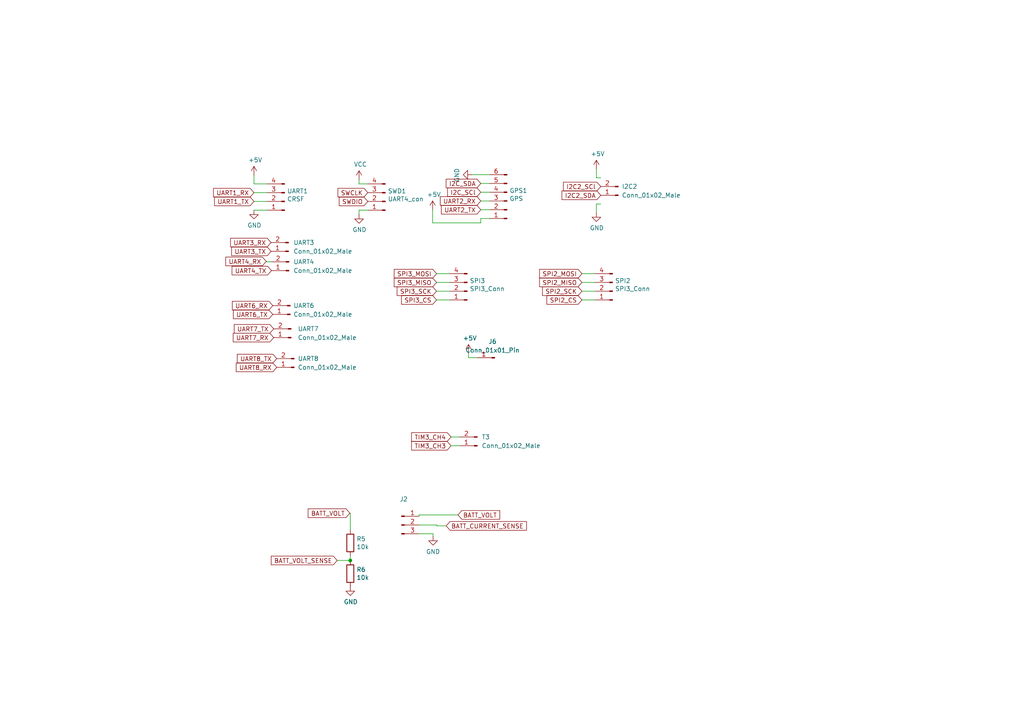
<source format=kicad_sch>
(kicad_sch (version 20230121) (generator eeschema)

  (uuid 9d795dde-1736-4733-9092-3ff99981927c)

  (paper "A4")

  (lib_symbols
    (symbol "Connector:Conn_01x01_Pin" (pin_names (offset 1.016) hide) (in_bom yes) (on_board yes)
      (property "Reference" "J" (at 0 2.54 0)
        (effects (font (size 1.27 1.27)))
      )
      (property "Value" "Conn_01x01_Pin" (at 0 -2.54 0)
        (effects (font (size 1.27 1.27)))
      )
      (property "Footprint" "" (at 0 0 0)
        (effects (font (size 1.27 1.27)) hide)
      )
      (property "Datasheet" "~" (at 0 0 0)
        (effects (font (size 1.27 1.27)) hide)
      )
      (property "ki_locked" "" (at 0 0 0)
        (effects (font (size 1.27 1.27)))
      )
      (property "ki_keywords" "connector" (at 0 0 0)
        (effects (font (size 1.27 1.27)) hide)
      )
      (property "ki_description" "Generic connector, single row, 01x01, script generated" (at 0 0 0)
        (effects (font (size 1.27 1.27)) hide)
      )
      (property "ki_fp_filters" "Connector*:*_1x??_*" (at 0 0 0)
        (effects (font (size 1.27 1.27)) hide)
      )
      (symbol "Conn_01x01_Pin_1_1"
        (polyline
          (pts
            (xy 1.27 0)
            (xy 0.8636 0)
          )
          (stroke (width 0.1524) (type default))
          (fill (type none))
        )
        (rectangle (start 0.8636 0.127) (end 0 -0.127)
          (stroke (width 0.1524) (type default))
          (fill (type outline))
        )
        (pin passive line (at 5.08 0 180) (length 3.81)
          (name "Pin_1" (effects (font (size 1.27 1.27))))
          (number "1" (effects (font (size 1.27 1.27))))
        )
      )
    )
    (symbol "Connector:Conn_01x02_Male" (pin_names (offset 1.016) hide) (in_bom yes) (on_board yes)
      (property "Reference" "J" (at 0 2.54 0)
        (effects (font (size 1.27 1.27)))
      )
      (property "Value" "Conn_01x02_Male" (at 0 -5.08 0)
        (effects (font (size 1.27 1.27)))
      )
      (property "Footprint" "" (at 0 0 0)
        (effects (font (size 1.27 1.27)) hide)
      )
      (property "Datasheet" "~" (at 0 0 0)
        (effects (font (size 1.27 1.27)) hide)
      )
      (property "ki_keywords" "connector" (at 0 0 0)
        (effects (font (size 1.27 1.27)) hide)
      )
      (property "ki_description" "Generic connector, single row, 01x02, script generated (kicad-library-utils/schlib/autogen/connector/)" (at 0 0 0)
        (effects (font (size 1.27 1.27)) hide)
      )
      (property "ki_fp_filters" "Connector*:*_1x??_*" (at 0 0 0)
        (effects (font (size 1.27 1.27)) hide)
      )
      (symbol "Conn_01x02_Male_1_1"
        (polyline
          (pts
            (xy 1.27 -2.54)
            (xy 0.8636 -2.54)
          )
          (stroke (width 0.1524) (type default))
          (fill (type none))
        )
        (polyline
          (pts
            (xy 1.27 0)
            (xy 0.8636 0)
          )
          (stroke (width 0.1524) (type default))
          (fill (type none))
        )
        (rectangle (start 0.8636 -2.413) (end 0 -2.667)
          (stroke (width 0.1524) (type default))
          (fill (type outline))
        )
        (rectangle (start 0.8636 0.127) (end 0 -0.127)
          (stroke (width 0.1524) (type default))
          (fill (type outline))
        )
        (pin passive line (at 5.08 0 180) (length 3.81)
          (name "Pin_1" (effects (font (size 1.27 1.27))))
          (number "1" (effects (font (size 1.27 1.27))))
        )
        (pin passive line (at 5.08 -2.54 180) (length 3.81)
          (name "Pin_2" (effects (font (size 1.27 1.27))))
          (number "2" (effects (font (size 1.27 1.27))))
        )
      )
    )
    (symbol "Connector:Conn_01x03_Pin" (pin_names (offset 1.016) hide) (in_bom yes) (on_board yes)
      (property "Reference" "J" (at 0 5.08 0)
        (effects (font (size 1.27 1.27)))
      )
      (property "Value" "Conn_01x03_Pin" (at 0 -5.08 0)
        (effects (font (size 1.27 1.27)))
      )
      (property "Footprint" "" (at 0 0 0)
        (effects (font (size 1.27 1.27)) hide)
      )
      (property "Datasheet" "~" (at 0 0 0)
        (effects (font (size 1.27 1.27)) hide)
      )
      (property "ki_locked" "" (at 0 0 0)
        (effects (font (size 1.27 1.27)))
      )
      (property "ki_keywords" "connector" (at 0 0 0)
        (effects (font (size 1.27 1.27)) hide)
      )
      (property "ki_description" "Generic connector, single row, 01x03, script generated" (at 0 0 0)
        (effects (font (size 1.27 1.27)) hide)
      )
      (property "ki_fp_filters" "Connector*:*_1x??_*" (at 0 0 0)
        (effects (font (size 1.27 1.27)) hide)
      )
      (symbol "Conn_01x03_Pin_1_1"
        (polyline
          (pts
            (xy 1.27 -2.54)
            (xy 0.8636 -2.54)
          )
          (stroke (width 0.1524) (type default))
          (fill (type none))
        )
        (polyline
          (pts
            (xy 1.27 0)
            (xy 0.8636 0)
          )
          (stroke (width 0.1524) (type default))
          (fill (type none))
        )
        (polyline
          (pts
            (xy 1.27 2.54)
            (xy 0.8636 2.54)
          )
          (stroke (width 0.1524) (type default))
          (fill (type none))
        )
        (rectangle (start 0.8636 -2.413) (end 0 -2.667)
          (stroke (width 0.1524) (type default))
          (fill (type outline))
        )
        (rectangle (start 0.8636 0.127) (end 0 -0.127)
          (stroke (width 0.1524) (type default))
          (fill (type outline))
        )
        (rectangle (start 0.8636 2.667) (end 0 2.413)
          (stroke (width 0.1524) (type default))
          (fill (type outline))
        )
        (pin passive line (at 5.08 2.54 180) (length 3.81)
          (name "Pin_1" (effects (font (size 1.27 1.27))))
          (number "1" (effects (font (size 1.27 1.27))))
        )
        (pin passive line (at 5.08 0 180) (length 3.81)
          (name "Pin_2" (effects (font (size 1.27 1.27))))
          (number "2" (effects (font (size 1.27 1.27))))
        )
        (pin passive line (at 5.08 -2.54 180) (length 3.81)
          (name "Pin_3" (effects (font (size 1.27 1.27))))
          (number "3" (effects (font (size 1.27 1.27))))
        )
      )
    )
    (symbol "Connector:Conn_01x04_Male" (pin_names (offset 1.016) hide) (in_bom yes) (on_board yes)
      (property "Reference" "J" (at 0 5.08 0)
        (effects (font (size 1.27 1.27)))
      )
      (property "Value" "Conn_01x04_Male" (at 0 -7.62 0)
        (effects (font (size 1.27 1.27)))
      )
      (property "Footprint" "" (at 0 0 0)
        (effects (font (size 1.27 1.27)) hide)
      )
      (property "Datasheet" "~" (at 0 0 0)
        (effects (font (size 1.27 1.27)) hide)
      )
      (property "ki_keywords" "connector" (at 0 0 0)
        (effects (font (size 1.27 1.27)) hide)
      )
      (property "ki_description" "Generic connector, single row, 01x04, script generated (kicad-library-utils/schlib/autogen/connector/)" (at 0 0 0)
        (effects (font (size 1.27 1.27)) hide)
      )
      (property "ki_fp_filters" "Connector*:*_1x??_*" (at 0 0 0)
        (effects (font (size 1.27 1.27)) hide)
      )
      (symbol "Conn_01x04_Male_1_1"
        (polyline
          (pts
            (xy 1.27 -5.08)
            (xy 0.8636 -5.08)
          )
          (stroke (width 0.1524) (type default))
          (fill (type none))
        )
        (polyline
          (pts
            (xy 1.27 -2.54)
            (xy 0.8636 -2.54)
          )
          (stroke (width 0.1524) (type default))
          (fill (type none))
        )
        (polyline
          (pts
            (xy 1.27 0)
            (xy 0.8636 0)
          )
          (stroke (width 0.1524) (type default))
          (fill (type none))
        )
        (polyline
          (pts
            (xy 1.27 2.54)
            (xy 0.8636 2.54)
          )
          (stroke (width 0.1524) (type default))
          (fill (type none))
        )
        (rectangle (start 0.8636 -4.953) (end 0 -5.207)
          (stroke (width 0.1524) (type default))
          (fill (type outline))
        )
        (rectangle (start 0.8636 -2.413) (end 0 -2.667)
          (stroke (width 0.1524) (type default))
          (fill (type outline))
        )
        (rectangle (start 0.8636 0.127) (end 0 -0.127)
          (stroke (width 0.1524) (type default))
          (fill (type outline))
        )
        (rectangle (start 0.8636 2.667) (end 0 2.413)
          (stroke (width 0.1524) (type default))
          (fill (type outline))
        )
        (pin passive line (at 5.08 2.54 180) (length 3.81)
          (name "Pin_1" (effects (font (size 1.27 1.27))))
          (number "1" (effects (font (size 1.27 1.27))))
        )
        (pin passive line (at 5.08 0 180) (length 3.81)
          (name "Pin_2" (effects (font (size 1.27 1.27))))
          (number "2" (effects (font (size 1.27 1.27))))
        )
        (pin passive line (at 5.08 -2.54 180) (length 3.81)
          (name "Pin_3" (effects (font (size 1.27 1.27))))
          (number "3" (effects (font (size 1.27 1.27))))
        )
        (pin passive line (at 5.08 -5.08 180) (length 3.81)
          (name "Pin_4" (effects (font (size 1.27 1.27))))
          (number "4" (effects (font (size 1.27 1.27))))
        )
      )
    )
    (symbol "Connector:Conn_01x06_Male" (pin_names (offset 1.016) hide) (in_bom yes) (on_board yes)
      (property "Reference" "J" (at 0 7.62 0)
        (effects (font (size 1.27 1.27)))
      )
      (property "Value" "Conn_01x06_Male" (at 0 -10.16 0)
        (effects (font (size 1.27 1.27)))
      )
      (property "Footprint" "" (at 0 0 0)
        (effects (font (size 1.27 1.27)) hide)
      )
      (property "Datasheet" "~" (at 0 0 0)
        (effects (font (size 1.27 1.27)) hide)
      )
      (property "ki_keywords" "connector" (at 0 0 0)
        (effects (font (size 1.27 1.27)) hide)
      )
      (property "ki_description" "Generic connector, single row, 01x06, script generated (kicad-library-utils/schlib/autogen/connector/)" (at 0 0 0)
        (effects (font (size 1.27 1.27)) hide)
      )
      (property "ki_fp_filters" "Connector*:*_1x??_*" (at 0 0 0)
        (effects (font (size 1.27 1.27)) hide)
      )
      (symbol "Conn_01x06_Male_1_1"
        (polyline
          (pts
            (xy 1.27 -7.62)
            (xy 0.8636 -7.62)
          )
          (stroke (width 0.1524) (type default))
          (fill (type none))
        )
        (polyline
          (pts
            (xy 1.27 -5.08)
            (xy 0.8636 -5.08)
          )
          (stroke (width 0.1524) (type default))
          (fill (type none))
        )
        (polyline
          (pts
            (xy 1.27 -2.54)
            (xy 0.8636 -2.54)
          )
          (stroke (width 0.1524) (type default))
          (fill (type none))
        )
        (polyline
          (pts
            (xy 1.27 0)
            (xy 0.8636 0)
          )
          (stroke (width 0.1524) (type default))
          (fill (type none))
        )
        (polyline
          (pts
            (xy 1.27 2.54)
            (xy 0.8636 2.54)
          )
          (stroke (width 0.1524) (type default))
          (fill (type none))
        )
        (polyline
          (pts
            (xy 1.27 5.08)
            (xy 0.8636 5.08)
          )
          (stroke (width 0.1524) (type default))
          (fill (type none))
        )
        (rectangle (start 0.8636 -7.493) (end 0 -7.747)
          (stroke (width 0.1524) (type default))
          (fill (type outline))
        )
        (rectangle (start 0.8636 -4.953) (end 0 -5.207)
          (stroke (width 0.1524) (type default))
          (fill (type outline))
        )
        (rectangle (start 0.8636 -2.413) (end 0 -2.667)
          (stroke (width 0.1524) (type default))
          (fill (type outline))
        )
        (rectangle (start 0.8636 0.127) (end 0 -0.127)
          (stroke (width 0.1524) (type default))
          (fill (type outline))
        )
        (rectangle (start 0.8636 2.667) (end 0 2.413)
          (stroke (width 0.1524) (type default))
          (fill (type outline))
        )
        (rectangle (start 0.8636 5.207) (end 0 4.953)
          (stroke (width 0.1524) (type default))
          (fill (type outline))
        )
        (pin passive line (at 5.08 5.08 180) (length 3.81)
          (name "Pin_1" (effects (font (size 1.27 1.27))))
          (number "1" (effects (font (size 1.27 1.27))))
        )
        (pin passive line (at 5.08 2.54 180) (length 3.81)
          (name "Pin_2" (effects (font (size 1.27 1.27))))
          (number "2" (effects (font (size 1.27 1.27))))
        )
        (pin passive line (at 5.08 0 180) (length 3.81)
          (name "Pin_3" (effects (font (size 1.27 1.27))))
          (number "3" (effects (font (size 1.27 1.27))))
        )
        (pin passive line (at 5.08 -2.54 180) (length 3.81)
          (name "Pin_4" (effects (font (size 1.27 1.27))))
          (number "4" (effects (font (size 1.27 1.27))))
        )
        (pin passive line (at 5.08 -5.08 180) (length 3.81)
          (name "Pin_5" (effects (font (size 1.27 1.27))))
          (number "5" (effects (font (size 1.27 1.27))))
        )
        (pin passive line (at 5.08 -7.62 180) (length 3.81)
          (name "Pin_6" (effects (font (size 1.27 1.27))))
          (number "6" (effects (font (size 1.27 1.27))))
        )
      )
    )
    (symbol "Device:R" (pin_numbers hide) (pin_names (offset 0)) (in_bom yes) (on_board yes)
      (property "Reference" "R" (at 2.032 0 90)
        (effects (font (size 1.27 1.27)))
      )
      (property "Value" "R" (at 0 0 90)
        (effects (font (size 1.27 1.27)))
      )
      (property "Footprint" "" (at -1.778 0 90)
        (effects (font (size 1.27 1.27)) hide)
      )
      (property "Datasheet" "~" (at 0 0 0)
        (effects (font (size 1.27 1.27)) hide)
      )
      (property "ki_keywords" "R res resistor" (at 0 0 0)
        (effects (font (size 1.27 1.27)) hide)
      )
      (property "ki_description" "Resistor" (at 0 0 0)
        (effects (font (size 1.27 1.27)) hide)
      )
      (property "ki_fp_filters" "R_*" (at 0 0 0)
        (effects (font (size 1.27 1.27)) hide)
      )
      (symbol "R_0_1"
        (rectangle (start -1.016 -2.54) (end 1.016 2.54)
          (stroke (width 0.254) (type default))
          (fill (type none))
        )
      )
      (symbol "R_1_1"
        (pin passive line (at 0 3.81 270) (length 1.27)
          (name "~" (effects (font (size 1.27 1.27))))
          (number "1" (effects (font (size 1.27 1.27))))
        )
        (pin passive line (at 0 -3.81 90) (length 1.27)
          (name "~" (effects (font (size 1.27 1.27))))
          (number "2" (effects (font (size 1.27 1.27))))
        )
      )
    )
    (symbol "GND_1" (power) (pin_names (offset 0)) (in_bom yes) (on_board yes)
      (property "Reference" "#PWR" (at 0 -6.35 0)
        (effects (font (size 1.27 1.27)) hide)
      )
      (property "Value" "GND_1" (at 0 -3.81 0)
        (effects (font (size 1.27 1.27)))
      )
      (property "Footprint" "" (at 0 0 0)
        (effects (font (size 1.27 1.27)) hide)
      )
      (property "Datasheet" "" (at 0 0 0)
        (effects (font (size 1.27 1.27)) hide)
      )
      (property "ki_keywords" "global power" (at 0 0 0)
        (effects (font (size 1.27 1.27)) hide)
      )
      (property "ki_description" "Power symbol creates a global label with name \"GND\" , ground" (at 0 0 0)
        (effects (font (size 1.27 1.27)) hide)
      )
      (symbol "GND_1_0_1"
        (polyline
          (pts
            (xy 0 0)
            (xy 0 -1.27)
            (xy 1.27 -1.27)
            (xy 0 -2.54)
            (xy -1.27 -1.27)
            (xy 0 -1.27)
          )
          (stroke (width 0) (type default))
          (fill (type none))
        )
      )
      (symbol "GND_1_1_1"
        (pin power_in line (at 0 0 270) (length 0) hide
          (name "GND" (effects (font (size 1.27 1.27))))
          (number "1" (effects (font (size 1.27 1.27))))
        )
      )
    )
    (symbol "power:+5V" (power) (pin_names (offset 0)) (in_bom yes) (on_board yes)
      (property "Reference" "#PWR" (at 0 -3.81 0)
        (effects (font (size 1.27 1.27)) hide)
      )
      (property "Value" "+5V" (at 0 3.556 0)
        (effects (font (size 1.27 1.27)))
      )
      (property "Footprint" "" (at 0 0 0)
        (effects (font (size 1.27 1.27)) hide)
      )
      (property "Datasheet" "" (at 0 0 0)
        (effects (font (size 1.27 1.27)) hide)
      )
      (property "ki_keywords" "power-flag" (at 0 0 0)
        (effects (font (size 1.27 1.27)) hide)
      )
      (property "ki_description" "Power symbol creates a global label with name \"+5V\"" (at 0 0 0)
        (effects (font (size 1.27 1.27)) hide)
      )
      (symbol "+5V_0_1"
        (polyline
          (pts
            (xy -0.762 1.27)
            (xy 0 2.54)
          )
          (stroke (width 0) (type default))
          (fill (type none))
        )
        (polyline
          (pts
            (xy 0 0)
            (xy 0 2.54)
          )
          (stroke (width 0) (type default))
          (fill (type none))
        )
        (polyline
          (pts
            (xy 0 2.54)
            (xy 0.762 1.27)
          )
          (stroke (width 0) (type default))
          (fill (type none))
        )
      )
      (symbol "+5V_1_1"
        (pin power_in line (at 0 0 90) (length 0) hide
          (name "+5V" (effects (font (size 1.27 1.27))))
          (number "1" (effects (font (size 1.27 1.27))))
        )
      )
    )
    (symbol "power:GND" (power) (pin_names (offset 0)) (in_bom yes) (on_board yes)
      (property "Reference" "#PWR" (at 0 -6.35 0)
        (effects (font (size 1.27 1.27)) hide)
      )
      (property "Value" "GND" (at 0 -3.81 0)
        (effects (font (size 1.27 1.27)))
      )
      (property "Footprint" "" (at 0 0 0)
        (effects (font (size 1.27 1.27)) hide)
      )
      (property "Datasheet" "" (at 0 0 0)
        (effects (font (size 1.27 1.27)) hide)
      )
      (property "ki_keywords" "power-flag" (at 0 0 0)
        (effects (font (size 1.27 1.27)) hide)
      )
      (property "ki_description" "Power symbol creates a global label with name \"GND\" , ground" (at 0 0 0)
        (effects (font (size 1.27 1.27)) hide)
      )
      (symbol "GND_0_1"
        (polyline
          (pts
            (xy 0 0)
            (xy 0 -1.27)
            (xy 1.27 -1.27)
            (xy 0 -2.54)
            (xy -1.27 -1.27)
            (xy 0 -1.27)
          )
          (stroke (width 0) (type default))
          (fill (type none))
        )
      )
      (symbol "GND_1_1"
        (pin power_in line (at 0 0 270) (length 0) hide
          (name "GND" (effects (font (size 1.27 1.27))))
          (number "1" (effects (font (size 1.27 1.27))))
        )
      )
    )
    (symbol "power:VCC" (power) (pin_names (offset 0)) (in_bom yes) (on_board yes)
      (property "Reference" "#PWR" (at 0 -3.81 0)
        (effects (font (size 1.27 1.27)) hide)
      )
      (property "Value" "VCC" (at 0 3.81 0)
        (effects (font (size 1.27 1.27)))
      )
      (property "Footprint" "" (at 0 0 0)
        (effects (font (size 1.27 1.27)) hide)
      )
      (property "Datasheet" "" (at 0 0 0)
        (effects (font (size 1.27 1.27)) hide)
      )
      (property "ki_keywords" "power-flag" (at 0 0 0)
        (effects (font (size 1.27 1.27)) hide)
      )
      (property "ki_description" "Power symbol creates a global label with name \"VCC\"" (at 0 0 0)
        (effects (font (size 1.27 1.27)) hide)
      )
      (symbol "VCC_0_1"
        (polyline
          (pts
            (xy -0.762 1.27)
            (xy 0 2.54)
          )
          (stroke (width 0) (type default))
          (fill (type none))
        )
        (polyline
          (pts
            (xy 0 0)
            (xy 0 2.54)
          )
          (stroke (width 0) (type default))
          (fill (type none))
        )
        (polyline
          (pts
            (xy 0 2.54)
            (xy 0.762 1.27)
          )
          (stroke (width 0) (type default))
          (fill (type none))
        )
      )
      (symbol "VCC_1_1"
        (pin power_in line (at 0 0 90) (length 0) hide
          (name "VCC" (effects (font (size 1.27 1.27))))
          (number "1" (effects (font (size 1.27 1.27))))
        )
      )
    )
  )

  (junction (at 101.6 162.56) (diameter 0) (color 0 0 0 0)
    (uuid d9cd8d9a-d451-4581-bf25-cbef8b37aaf4)
  )

  (wire (pts (xy 101.6 153.67) (xy 101.6 148.844))
    (stroke (width 0) (type default))
    (uuid 10741b5f-5f87-4579-aa94-db4b16675479)
  )
  (wire (pts (xy 97.79 162.56) (xy 101.6 162.56))
    (stroke (width 0) (type default))
    (uuid 114a2606-96dc-40fd-81c5-462e33718ead)
  )
  (wire (pts (xy 172.593 81.915) (xy 168.783 81.915))
    (stroke (width 0) (type default))
    (uuid 1a42ad40-f199-4e67-82e2-c472c883e2aa)
  )
  (wire (pts (xy 139.446 53.213) (xy 141.986 53.213))
    (stroke (width 0) (type default))
    (uuid 1e461473-6694-411c-8a47-60ca538f6f2d)
  )
  (wire (pts (xy 130.429 86.995) (xy 126.619 86.995))
    (stroke (width 0) (type default))
    (uuid 20c83fe3-1b98-4e61-afac-d816064155dd)
  )
  (wire (pts (xy 172.593 79.375) (xy 168.783 79.375))
    (stroke (width 0) (type default))
    (uuid 24e13d14-b1ef-4907-93b1-3310f0943223)
  )
  (wire (pts (xy 133.35 129.286) (xy 130.81 129.286))
    (stroke (width 0) (type default))
    (uuid 262858ce-6d01-48ed-b545-24b4220456e8)
  )
  (wire (pts (xy 101.6 161.29) (xy 101.6 162.56))
    (stroke (width 0) (type default))
    (uuid 2717e84f-9744-4290-b4ce-976e25c65402)
  )
  (wire (pts (xy 174.244 51.562) (xy 172.974 51.562))
    (stroke (width 0) (type default))
    (uuid 33f2cc2f-34a4-40ed-af95-d4321dbf52a1)
  )
  (wire (pts (xy 141.986 63.373) (xy 139.446 63.373))
    (stroke (width 0) (type default))
    (uuid 38d51fc4-92f4-4e01-8d5c-240defc565c6)
  )
  (wire (pts (xy 101.6 148.844) (xy 101.473 148.844))
    (stroke (width 0) (type default))
    (uuid 3b1485fd-234a-4e7c-b8c7-5f7858b93635)
  )
  (wire (pts (xy 172.974 59.182) (xy 172.974 61.722))
    (stroke (width 0) (type default))
    (uuid 3d6423f7-b5ad-452c-817e-f24ecd780b81)
  )
  (wire (pts (xy 106.68 60.96) (xy 104.14 60.96))
    (stroke (width 0) (type default))
    (uuid 41458bd8-eb68-4a35-b9a5-5e9230344f60)
  )
  (wire (pts (xy 104.14 60.96) (xy 104.14 62.23))
    (stroke (width 0) (type default))
    (uuid 43c191a6-8aa8-4730-9a67-97f79189b59f)
  )
  (wire (pts (xy 77.47 60.96) (xy 73.66 60.96))
    (stroke (width 0) (type default))
    (uuid 5120b75a-04f6-4533-8140-4390cd3e654c)
  )
  (wire (pts (xy 121.539 154.813) (xy 125.603 154.813))
    (stroke (width 0) (type default))
    (uuid 528f73c5-c177-42c7-898f-930bf1150c85)
  )
  (wire (pts (xy 139.446 63.373) (xy 139.446 64.643))
    (stroke (width 0) (type default))
    (uuid 5a95b211-5338-4bb9-836f-4292f5cf11a8)
  )
  (wire (pts (xy 174.244 59.182) (xy 172.974 59.182))
    (stroke (width 0) (type default))
    (uuid 5dfcd346-65ff-4b6c-b899-43900e58c008)
  )
  (wire (pts (xy 172.974 51.562) (xy 172.974 49.022))
    (stroke (width 0) (type default))
    (uuid 751a83f6-46d7-4c31-a8eb-1b0141d51d69)
  )
  (wire (pts (xy 135.89 103.759) (xy 138.43 103.759))
    (stroke (width 0) (type default))
    (uuid 757b6e7f-ec7d-400a-9f3f-72396a535d75)
  )
  (wire (pts (xy 172.593 86.995) (xy 168.783 86.995))
    (stroke (width 0) (type default))
    (uuid 7631223a-1267-476a-9395-ec54c7fca5f3)
  )
  (wire (pts (xy 172.593 84.455) (xy 168.783 84.455))
    (stroke (width 0) (type default))
    (uuid 766871ef-652c-4882-877c-84099f4d43b5)
  )
  (wire (pts (xy 126.746 152.273) (xy 126.746 152.527))
    (stroke (width 0) (type default))
    (uuid 78d9c3db-8d81-4791-9510-4402f112231e)
  )
  (wire (pts (xy 121.539 149.352) (xy 121.539 149.733))
    (stroke (width 0) (type default))
    (uuid 7bf1972b-e24d-41e2-9d31-f7932103b215)
  )
  (wire (pts (xy 77.47 55.88) (xy 73.66 55.88))
    (stroke (width 0) (type default))
    (uuid 7f1daef1-acae-4462-aa7e-f840b84387a4)
  )
  (wire (pts (xy 139.446 60.833) (xy 141.986 60.833))
    (stroke (width 0) (type default))
    (uuid 85f6b4f3-cd1b-4f0e-b324-107a3a53bd8c)
  )
  (wire (pts (xy 77.343 75.819) (xy 77.343 75.946))
    (stroke (width 0) (type default))
    (uuid 8a301ca6-085e-4ad5-8bd0-fcedd278d57b)
  )
  (wire (pts (xy 77.343 75.946) (xy 78.74 75.946))
    (stroke (width 0) (type default))
    (uuid 8f78ebc5-ecdb-4022-990b-836dadd56dc5)
  )
  (wire (pts (xy 133.35 126.746) (xy 130.81 126.746))
    (stroke (width 0) (type default))
    (uuid 928cfa35-5779-44fb-ba75-c02357c82687)
  )
  (wire (pts (xy 104.14 52.07) (xy 104.14 53.34))
    (stroke (width 0) (type default))
    (uuid 93f04e4c-6054-40e6-910f-c382312b028c)
  )
  (wire (pts (xy 77.216 75.819) (xy 77.343 75.819))
    (stroke (width 0) (type default))
    (uuid 9b382037-5502-4aa7-83c1-07a0963e0bed)
  )
  (wire (pts (xy 125.476 60.833) (xy 125.476 64.643))
    (stroke (width 0) (type default))
    (uuid a11fa940-d500-42e5-8d4e-c0b9478f084a)
  )
  (wire (pts (xy 139.446 64.643) (xy 125.476 64.643))
    (stroke (width 0) (type default))
    (uuid a54c3e80-e612-42ce-882c-93f0a560e156)
  )
  (wire (pts (xy 104.14 53.34) (xy 106.68 53.34))
    (stroke (width 0) (type default))
    (uuid a92a233d-b37b-44df-aebc-ca4d99966650)
  )
  (wire (pts (xy 130.429 79.375) (xy 126.619 79.375))
    (stroke (width 0) (type default))
    (uuid b090ad6e-884d-451b-98a6-67bc58998d2e)
  )
  (wire (pts (xy 77.47 58.42) (xy 73.66 58.42))
    (stroke (width 0) (type default))
    (uuid b9068131-3672-4e2b-bc0d-fd76e6446d7c)
  )
  (wire (pts (xy 126.746 152.527) (xy 129.413 152.527))
    (stroke (width 0) (type default))
    (uuid bbc2e243-c953-4c54-bae8-8e6463b90759)
  )
  (wire (pts (xy 130.429 81.915) (xy 126.619 81.915))
    (stroke (width 0) (type default))
    (uuid bd98624b-eb89-404a-8671-06bb0011e213)
  )
  (wire (pts (xy 132.842 149.352) (xy 121.539 149.352))
    (stroke (width 0) (type default))
    (uuid c07567ad-8cb2-4093-adb5-636a73d88d5a)
  )
  (wire (pts (xy 139.446 58.293) (xy 141.986 58.293))
    (stroke (width 0) (type default))
    (uuid c9e77581-a94f-458e-84c3-d6ed9a32184d)
  )
  (wire (pts (xy 121.539 152.273) (xy 126.746 152.273))
    (stroke (width 0) (type default))
    (uuid ccb08c71-e3d7-4c06-9b78-f57514ab7d36)
  )
  (wire (pts (xy 139.446 55.753) (xy 141.986 55.753))
    (stroke (width 0) (type default))
    (uuid cf04b8bf-ee2f-45f0-a090-44f5c3de20fb)
  )
  (wire (pts (xy 125.603 154.813) (xy 125.603 155.575))
    (stroke (width 0) (type default))
    (uuid d11ad9d1-2153-4505-ad38-d3c97bcad588)
  )
  (wire (pts (xy 136.906 50.673) (xy 141.986 50.673))
    (stroke (width 0) (type default))
    (uuid ddc27bc7-7115-46ee-8c08-87b9f11e4846)
  )
  (wire (pts (xy 130.429 84.455) (xy 126.619 84.455))
    (stroke (width 0) (type default))
    (uuid e15093e2-4169-47e7-a316-0669fde8b7bd)
  )
  (wire (pts (xy 135.89 102.489) (xy 135.89 103.759))
    (stroke (width 0) (type default))
    (uuid e35f5a3e-70e1-4596-89fe-ee293e601e28)
  )
  (wire (pts (xy 73.66 53.34) (xy 73.66 50.8))
    (stroke (width 0) (type default))
    (uuid ea48fafa-ea28-4f1a-9c1a-d403f81056bc)
  )
  (wire (pts (xy 77.47 53.34) (xy 73.66 53.34))
    (stroke (width 0) (type default))
    (uuid fe03da87-3714-487a-bf6c-d06ca13072af)
  )

  (global_label "SPI2_CS" (shape input) (at 168.783 86.995 180) (fields_autoplaced)
    (effects (font (size 1.27 1.27)) (justify right))
    (uuid 08937ed2-73d7-4ff7-8661-68fa5280fe62)
    (property "Intersheetrefs" "${INTERSHEET_REFS}" (at 158.7111 86.995 0)
      (effects (font (size 1.27 1.27)) (justify right) hide)
    )
  )
  (global_label "TIM3_CH3" (shape input) (at 130.81 129.286 180) (fields_autoplaced)
    (effects (font (size 1.27 1.27)) (justify right))
    (uuid 1a738b9f-e021-4dfe-aa18-8c90c1c9732b)
    (property "Intersheetrefs" "${INTERSHEET_REFS}" (at 119.4681 129.286 0)
      (effects (font (size 1.27 1.27)) (justify right) hide)
    )
  )
  (global_label "I2C2_SDA" (shape input) (at 174.244 56.642 180) (fields_autoplaced)
    (effects (font (size 1.27 1.27)) (justify right))
    (uuid 1def05cc-b4f7-403a-bae7-c6e8dd186379)
    (property "Intersheetrefs" "${INTERSHEET_REFS}" (at 39.624 -108.458 0)
      (effects (font (size 1.27 1.27)) hide)
    )
  )
  (global_label "UART3_TX" (shape input) (at 78.613 72.898 180) (fields_autoplaced)
    (effects (font (size 1.27 1.27)) (justify right))
    (uuid 1eba2da5-0365-4d6a-9c2f-00c4df5dedb5)
    (property "Intersheetrefs" "${INTERSHEET_REFS}" (at -87.757 -9.652 0)
      (effects (font (size 1.27 1.27)) hide)
    )
  )
  (global_label "UART1_RX" (shape input) (at 73.66 55.88 180) (fields_autoplaced)
    (effects (font (size 1.27 1.27)) (justify right))
    (uuid 378505d5-9ec7-4b10-b09b-4cff327613bf)
    (property "Intersheetrefs" "${INTERSHEET_REFS}" (at -31.75 -58.42 0)
      (effects (font (size 1.27 1.27)) hide)
    )
  )
  (global_label "BATT_VOLT" (shape input) (at 101.473 148.844 180) (fields_autoplaced)
    (effects (font (size 1.27 1.27)) (justify right))
    (uuid 38fd1d17-1c40-40de-a385-32ac0f2e2b6d)
    (property "Intersheetrefs" "${INTERSHEET_REFS}" (at 89.4658 148.844 0)
      (effects (font (size 1.27 1.27)) (justify right) hide)
    )
  )
  (global_label "UART8_TX" (shape input) (at 80.264 104.013 180) (fields_autoplaced)
    (effects (font (size 1.27 1.27)) (justify right))
    (uuid 3b79ed8a-ca4e-4a30-9335-458ccf8836df)
    (property "Intersheetrefs" "${INTERSHEET_REFS}" (at 68.9288 103.9336 0)
      (effects (font (size 1.27 1.27)) (justify right) hide)
    )
  )
  (global_label "BATT_VOLT_SENSE" (shape input) (at 97.79 162.56 180) (fields_autoplaced)
    (effects (font (size 1.27 1.27)) (justify right))
    (uuid 3c0623d5-761a-4c38-8c35-287a146b09e8)
    (property "Intersheetrefs" "${INTERSHEET_REFS}" (at 179.07 208.28 0)
      (effects (font (size 1.27 1.27)) hide)
    )
  )
  (global_label "UART3_RX" (shape input) (at 78.613 70.358 180) (fields_autoplaced)
    (effects (font (size 1.27 1.27)) (justify right))
    (uuid 3cea9642-60a2-4154-bd31-03f6c4174245)
    (property "Intersheetrefs" "${INTERSHEET_REFS}" (at -87.757 -9.652 0)
      (effects (font (size 1.27 1.27)) hide)
    )
  )
  (global_label "SPI3_MISO" (shape input) (at 126.619 81.915 180) (fields_autoplaced)
    (effects (font (size 1.27 1.27)) (justify right))
    (uuid 3e10cc6a-0190-4802-a3bf-284fe197d779)
    (property "Intersheetrefs" "${INTERSHEET_REFS}" (at 209.169 175.895 0)
      (effects (font (size 1.27 1.27)) hide)
    )
  )
  (global_label "SPI2_SCK" (shape input) (at 168.783 84.455 180) (fields_autoplaced)
    (effects (font (size 1.27 1.27)) (justify right))
    (uuid 45fd7f51-abee-4b65-9d9a-99359507cb53)
    (property "Intersheetrefs" "${INTERSHEET_REFS}" (at 157.4411 84.455 0)
      (effects (font (size 1.27 1.27)) (justify right) hide)
    )
  )
  (global_label "SWCLK" (shape input) (at 106.68 55.88 180) (fields_autoplaced)
    (effects (font (size 1.27 1.27)) (justify right))
    (uuid 4acbf77b-325b-499e-9ee7-d7b05fdc0b13)
    (property "Intersheetrefs" "${INTERSHEET_REFS}" (at 98.12 55.88 0)
      (effects (font (size 1.27 1.27)) (justify right) hide)
    )
  )
  (global_label "UART7_TX" (shape input) (at 79.375 95.377 180) (fields_autoplaced)
    (effects (font (size 1.27 1.27)) (justify right))
    (uuid 538c1fa0-0dff-4007-92b3-f5c35ee9d99c)
    (property "Intersheetrefs" "${INTERSHEET_REFS}" (at -0.635 35.687 0)
      (effects (font (size 1.27 1.27)) hide)
    )
  )
  (global_label "UART2_RX" (shape input) (at 139.446 58.293 180) (fields_autoplaced)
    (effects (font (size 1.27 1.27)) (justify right))
    (uuid 551ce078-811f-4841-a14a-5c3e2943bc51)
    (property "Intersheetrefs" "${INTERSHEET_REFS}" (at -58.674 -15.367 0)
      (effects (font (size 1.27 1.27)) hide)
    )
  )
  (global_label "SPI3_SCK" (shape input) (at 126.619 84.455 180) (fields_autoplaced)
    (effects (font (size 1.27 1.27)) (justify right))
    (uuid 5da01b73-1a12-463a-8843-771e0a0719d0)
    (property "Intersheetrefs" "${INTERSHEET_REFS}" (at 209.169 175.895 0)
      (effects (font (size 1.27 1.27)) hide)
    )
  )
  (global_label "UART8_RX" (shape input) (at 80.264 106.553 180) (fields_autoplaced)
    (effects (font (size 1.27 1.27)) (justify right))
    (uuid 5f56d5fc-e576-4e0a-9b25-2fbfbd3725cc)
    (property "Intersheetrefs" "${INTERSHEET_REFS}" (at 68.6265 106.4736 0)
      (effects (font (size 1.27 1.27)) (justify right) hide)
    )
  )
  (global_label "UART2_TX" (shape input) (at 139.446 60.833 180) (fields_autoplaced)
    (effects (font (size 1.27 1.27)) (justify right))
    (uuid 64747b4d-2131-4507-a4ae-73eaada25b5a)
    (property "Intersheetrefs" "${INTERSHEET_REFS}" (at -58.674 -10.287 0)
      (effects (font (size 1.27 1.27)) hide)
    )
  )
  (global_label "UART1_TX" (shape input) (at 73.66 58.42 180) (fields_autoplaced)
    (effects (font (size 1.27 1.27)) (justify right))
    (uuid 6c60310e-e446-497b-b773-31f163bcec5b)
    (property "Intersheetrefs" "${INTERSHEET_REFS}" (at -31.75 -53.34 0)
      (effects (font (size 1.27 1.27)) hide)
    )
  )
  (global_label "SPI3_CS" (shape input) (at 126.619 86.995 180) (fields_autoplaced)
    (effects (font (size 1.27 1.27)) (justify right))
    (uuid 70c6a8a8-f63f-447c-9a0e-309b4abb6a0d)
    (property "Intersheetrefs" "${INTERSHEET_REFS}" (at 97.409 -57.785 0)
      (effects (font (size 1.27 1.27)) hide)
    )
  )
  (global_label "BATT_VOLT" (shape input) (at 132.842 149.352 0) (fields_autoplaced)
    (effects (font (size 1.27 1.27)) (justify left))
    (uuid 7594ba60-5dca-4436-a1a7-3405a313e535)
    (property "Intersheetrefs" "${INTERSHEET_REFS}" (at 144.8492 149.352 0)
      (effects (font (size 1.27 1.27)) (justify left) hide)
    )
  )
  (global_label "UART7_RX" (shape input) (at 79.375 97.917 180) (fields_autoplaced)
    (effects (font (size 1.27 1.27)) (justify right))
    (uuid 76bc3258-787d-42c1-a824-4b8ee1357da6)
    (property "Intersheetrefs" "${INTERSHEET_REFS}" (at -0.635 35.687 0)
      (effects (font (size 1.27 1.27)) hide)
    )
  )
  (global_label "UART4_RX" (shape input) (at 77.216 75.819 180) (fields_autoplaced)
    (effects (font (size 1.27 1.27)) (justify right))
    (uuid 7cd41bb2-ef99-4f44-8917-a86a03a4ddba)
    (property "Intersheetrefs" "${INTERSHEET_REFS}" (at -28.194 -4.191 0)
      (effects (font (size 1.27 1.27)) hide)
    )
  )
  (global_label "UART6_TX" (shape input) (at 79.121 91.186 180) (fields_autoplaced)
    (effects (font (size 1.27 1.27)) (justify right))
    (uuid 81b0d6e0-2fb2-4813-8bc7-fdd5e9ac53cc)
    (property "Intersheetrefs" "${INTERSHEET_REFS}" (at 161.671 233.426 0)
      (effects (font (size 1.27 1.27)) hide)
    )
  )
  (global_label "SWDIO" (shape input) (at 106.68 58.42 180) (fields_autoplaced)
    (effects (font (size 1.27 1.27)) (justify right))
    (uuid 85230b3a-f80b-44e9-a71d-b1bd0ba73ff9)
    (property "Intersheetrefs" "${INTERSHEET_REFS}" (at 98.4828 58.42 0)
      (effects (font (size 1.27 1.27)) (justify right) hide)
    )
  )
  (global_label "UART6_RX" (shape input) (at 79.121 88.646 180) (fields_autoplaced)
    (effects (font (size 1.27 1.27)) (justify right))
    (uuid 8533df9f-2365-4d27-8db8-1c97f69aca47)
    (property "Intersheetrefs" "${INTERSHEET_REFS}" (at 161.671 233.426 0)
      (effects (font (size 1.27 1.27)) hide)
    )
  )
  (global_label "SPI3_MOSI" (shape input) (at 126.619 79.375 180) (fields_autoplaced)
    (effects (font (size 1.27 1.27)) (justify right))
    (uuid 869dd78a-25db-4a9a-bdf2-844d74cd6fde)
    (property "Intersheetrefs" "${INTERSHEET_REFS}" (at 209.169 175.895 0)
      (effects (font (size 1.27 1.27)) hide)
    )
  )
  (global_label "I2C2_SCl" (shape input) (at 174.244 54.102 180) (fields_autoplaced)
    (effects (font (size 1.27 1.27)) (justify right))
    (uuid a630cbbb-718d-4ef2-a03a-32666f41487c)
    (property "Intersheetrefs" "${INTERSHEET_REFS}" (at 39.624 -108.458 0)
      (effects (font (size 1.27 1.27)) hide)
    )
  )
  (global_label "BATT_CURRENT_SENSE" (shape input) (at 129.413 152.527 0) (fields_autoplaced)
    (effects (font (size 1.27 1.27)) (justify left))
    (uuid ad2d98ea-aa8d-4b3e-a463-151bf1711d0b)
    (property "Intersheetrefs" "${INTERSHEET_REFS}" (at 48.133 104.267 0)
      (effects (font (size 1.27 1.27)) hide)
    )
  )
  (global_label "TIM3_CH4" (shape input) (at 130.81 126.746 180) (fields_autoplaced)
    (effects (font (size 1.27 1.27)) (justify right))
    (uuid c02dabfb-2523-49da-b77f-4e2863c81883)
    (property "Intersheetrefs" "${INTERSHEET_REFS}" (at 119.4681 126.746 0)
      (effects (font (size 1.27 1.27)) (justify right) hide)
    )
  )
  (global_label "UART4_TX" (shape input) (at 78.74 78.486 180) (fields_autoplaced)
    (effects (font (size 1.27 1.27)) (justify right))
    (uuid c16f4200-fc10-43c1-8531-68b7ae740074)
    (property "Intersheetrefs" "${INTERSHEET_REFS}" (at -26.67 -4.064 0)
      (effects (font (size 1.27 1.27)) hide)
    )
  )
  (global_label "I2C_SDA" (shape input) (at 139.446 53.213 180) (fields_autoplaced)
    (effects (font (size 1.27 1.27)) (justify right))
    (uuid d56e4256-0e1f-4912-8915-410fd98e07e5)
    (property "Intersheetrefs" "${INTERSHEET_REFS}" (at 4.826 -86.487 0)
      (effects (font (size 1.27 1.27)) hide)
    )
  )
  (global_label "SPI2_MISO" (shape input) (at 168.783 81.915 180) (fields_autoplaced)
    (effects (font (size 1.27 1.27)) (justify right))
    (uuid eb640345-22f8-4f7b-aa37-c23f9e74203b)
    (property "Intersheetrefs" "${INTERSHEET_REFS}" (at 156.5944 81.915 0)
      (effects (font (size 1.27 1.27)) (justify right) hide)
    )
  )
  (global_label "SPI2_MOSI" (shape input) (at 168.783 79.375 180) (fields_autoplaced)
    (effects (font (size 1.27 1.27)) (justify right))
    (uuid f8d560c5-f2b4-4fe4-b58d-40affce05294)
    (property "Intersheetrefs" "${INTERSHEET_REFS}" (at 156.5944 79.375 0)
      (effects (font (size 1.27 1.27)) (justify right) hide)
    )
  )
  (global_label "I2C_SCl" (shape input) (at 139.446 55.753 180) (fields_autoplaced)
    (effects (font (size 1.27 1.27)) (justify right))
    (uuid f97f726f-01ae-456f-9f81-ce3fb7b1d3f4)
    (property "Intersheetrefs" "${INTERSHEET_REFS}" (at 4.826 -81.407 0)
      (effects (font (size 1.27 1.27)) hide)
    )
  )

  (symbol (lib_id "power:VCC") (at 104.14 52.07 0) (unit 1)
    (in_bom yes) (on_board yes) (dnp no)
    (uuid 00000000-0000-0000-0000-00005f5dc287)
    (property "Reference" "#PWR0149" (at 104.14 55.88 0)
      (effects (font (size 1.27 1.27)) hide)
    )
    (property "Value" "VCC" (at 104.521 47.6758 0)
      (effects (font (size 1.27 1.27)))
    )
    (property "Footprint" "" (at 104.14 52.07 0)
      (effects (font (size 1.27 1.27)) hide)
    )
    (property "Datasheet" "" (at 104.14 52.07 0)
      (effects (font (size 1.27 1.27)) hide)
    )
    (pin "1" (uuid 73bcd1e6-df2b-4dde-99e5-604e82a7d215))
    (instances
      (project "Pixracer_clone"
        (path "/167b39f0-685c-4f71-95e2-28f9b2e37320/00000000-0000-0000-0000-00005f5c31de"
          (reference "#PWR0149") (unit 1)
        )
      )
    )
  )

  (symbol (lib_id "power:GND") (at 104.14 62.23 0) (unit 1)
    (in_bom yes) (on_board yes) (dnp no)
    (uuid 00000000-0000-0000-0000-00005f5dc291)
    (property "Reference" "#PWR0150" (at 104.14 68.58 0)
      (effects (font (size 1.27 1.27)) hide)
    )
    (property "Value" "GND" (at 104.267 66.6242 0)
      (effects (font (size 1.27 1.27)))
    )
    (property "Footprint" "" (at 104.14 62.23 0)
      (effects (font (size 1.27 1.27)) hide)
    )
    (property "Datasheet" "" (at 104.14 62.23 0)
      (effects (font (size 1.27 1.27)) hide)
    )
    (pin "1" (uuid 5a4d45d6-5987-4a3d-b94c-64bfc2f286b7))
    (instances
      (project "Pixracer_clone"
        (path "/167b39f0-685c-4f71-95e2-28f9b2e37320/00000000-0000-0000-0000-00005f5c31de"
          (reference "#PWR0150") (unit 1)
        )
      )
    )
  )

  (symbol (lib_id "power:GND") (at 136.906 50.673 270) (unit 1)
    (in_bom yes) (on_board yes) (dnp no)
    (uuid 00000000-0000-0000-0000-00005f5dc2b1)
    (property "Reference" "#PWR0154" (at 130.556 50.673 0)
      (effects (font (size 1.27 1.27)) hide)
    )
    (property "Value" "GND" (at 132.5118 50.8 0)
      (effects (font (size 1.27 1.27)))
    )
    (property "Footprint" "" (at 136.906 50.673 0)
      (effects (font (size 1.27 1.27)) hide)
    )
    (property "Datasheet" "" (at 136.906 50.673 0)
      (effects (font (size 1.27 1.27)) hide)
    )
    (pin "1" (uuid 375e9ead-7d05-4370-9a4f-d171ce255a5b))
    (instances
      (project "Pixracer_clone"
        (path "/167b39f0-685c-4f71-95e2-28f9b2e37320/00000000-0000-0000-0000-00005f5c31de"
          (reference "#PWR0154") (unit 1)
        )
      )
    )
  )

  (symbol (lib_id "Device:R") (at 101.6 157.48 0) (unit 1)
    (in_bom yes) (on_board yes) (dnp no)
    (uuid 00000000-0000-0000-0000-00005f5dc311)
    (property "Reference" "R5" (at 103.378 156.3116 0)
      (effects (font (size 1.27 1.27)) (justify left))
    )
    (property "Value" "10k" (at 103.378 158.623 0)
      (effects (font (size 1.27 1.27)) (justify left))
    )
    (property "Footprint" "Resistor_SMD:R_0603_1608Metric_Pad0.98x0.95mm_HandSolder" (at 99.822 157.48 90)
      (effects (font (size 1.27 1.27)) hide)
    )
    (property "Datasheet" "~" (at 101.6 157.48 0)
      (effects (font (size 1.27 1.27)) hide)
    )
    (pin "1" (uuid 9de601ca-919f-43a3-8532-0b7fcc29f43b))
    (pin "2" (uuid 4f24bc35-f338-451d-bf78-034920879964))
    (instances
      (project "Pixracer_clone"
        (path "/167b39f0-685c-4f71-95e2-28f9b2e37320/00000000-0000-0000-0000-00005f5c31de"
          (reference "R5") (unit 1)
        )
      )
    )
  )

  (symbol (lib_id "Device:R") (at 101.6 166.37 0) (unit 1)
    (in_bom yes) (on_board yes) (dnp no)
    (uuid 00000000-0000-0000-0000-00005f5dc317)
    (property "Reference" "R6" (at 103.378 165.2016 0)
      (effects (font (size 1.27 1.27)) (justify left))
    )
    (property "Value" "10k" (at 103.378 167.513 0)
      (effects (font (size 1.27 1.27)) (justify left))
    )
    (property "Footprint" "Resistor_SMD:R_0603_1608Metric_Pad0.98x0.95mm_HandSolder" (at 99.822 166.37 90)
      (effects (font (size 1.27 1.27)) hide)
    )
    (property "Datasheet" "~" (at 101.6 166.37 0)
      (effects (font (size 1.27 1.27)) hide)
    )
    (pin "1" (uuid b32c7b1f-af5b-4484-9c91-dbb8783bca3e))
    (pin "2" (uuid b13ee16b-f019-4d20-9c62-319deffca286))
    (instances
      (project "Pixracer_clone"
        (path "/167b39f0-685c-4f71-95e2-28f9b2e37320/00000000-0000-0000-0000-00005f5c31de"
          (reference "R6") (unit 1)
        )
      )
    )
  )

  (symbol (lib_id "power:GND") (at 101.6 170.18 0) (unit 1)
    (in_bom yes) (on_board yes) (dnp no)
    (uuid 00000000-0000-0000-0000-00005f5dc321)
    (property "Reference" "#PWR0160" (at 101.6 176.53 0)
      (effects (font (size 1.27 1.27)) hide)
    )
    (property "Value" "GND" (at 101.727 174.5742 0)
      (effects (font (size 1.27 1.27)))
    )
    (property "Footprint" "" (at 101.6 170.18 0)
      (effects (font (size 1.27 1.27)) hide)
    )
    (property "Datasheet" "" (at 101.6 170.18 0)
      (effects (font (size 1.27 1.27)) hide)
    )
    (pin "1" (uuid ba42ebb2-1601-4afc-9115-09eff882891b))
    (instances
      (project "Pixracer_clone"
        (path "/167b39f0-685c-4f71-95e2-28f9b2e37320/00000000-0000-0000-0000-00005f5c31de"
          (reference "#PWR0160") (unit 1)
        )
      )
    )
  )

  (symbol (lib_id "Connector:Conn_01x06_Male") (at 147.066 58.293 180) (unit 1)
    (in_bom yes) (on_board yes) (dnp no)
    (uuid 00000000-0000-0000-0000-00005f5dc338)
    (property "Reference" "GPS1" (at 147.7772 55.2958 0)
      (effects (font (size 1.27 1.27)) (justify right))
    )
    (property "Value" "GPS" (at 147.7772 57.6072 0)
      (effects (font (size 1.27 1.27)) (justify right))
    )
    (property "Footprint" "pad_connector:PinHeader_1x06_P2.00mm_Vertical" (at 147.066 58.293 0)
      (effects (font (size 1.27 1.27)) hide)
    )
    (property "Datasheet" "~" (at 147.066 58.293 0)
      (effects (font (size 1.27 1.27)) hide)
    )
    (pin "1" (uuid 9790d65a-920e-48f9-8661-a1fe6b613eea))
    (pin "2" (uuid 95cce9ac-5d04-404a-bd98-1c1b95f048ce))
    (pin "3" (uuid 3b7142cf-239e-4e24-9517-3babafd28503))
    (pin "4" (uuid 3384ff75-29b2-48a4-81dc-c04fecc52cbe))
    (pin "5" (uuid 12e8316b-294c-4590-8e0e-8b7b7053a171))
    (pin "6" (uuid 43da7fcc-0035-4ce3-b394-026016de013a))
    (instances
      (project "Pixracer_clone"
        (path "/167b39f0-685c-4f71-95e2-28f9b2e37320/00000000-0000-0000-0000-00005f5c31de"
          (reference "GPS1") (unit 1)
        )
      )
    )
  )

  (symbol (lib_id "power:+5V") (at 135.89 102.489 0) (unit 1)
    (in_bom yes) (on_board yes) (dnp no)
    (uuid 00000000-0000-0000-0000-00005fc94406)
    (property "Reference" "#PWR0167" (at 135.89 106.299 0)
      (effects (font (size 1.27 1.27)) hide)
    )
    (property "Value" "+5V" (at 136.271 98.0948 0)
      (effects (font (size 1.27 1.27)))
    )
    (property "Footprint" "" (at 135.89 102.489 0)
      (effects (font (size 1.27 1.27)) hide)
    )
    (property "Datasheet" "" (at 135.89 102.489 0)
      (effects (font (size 1.27 1.27)) hide)
    )
    (pin "1" (uuid 9360d139-0b9a-4960-9639-bfb84a48e8e4))
    (instances
      (project "Pixracer_clone"
        (path "/167b39f0-685c-4f71-95e2-28f9b2e37320/00000000-0000-0000-0000-00005f5c31de"
          (reference "#PWR0167") (unit 1)
        )
      )
    )
  )

  (symbol (lib_id "power:GND") (at 172.974 61.722 0) (unit 1)
    (in_bom yes) (on_board yes) (dnp no)
    (uuid 00000000-0000-0000-0000-00005fca6e7b)
    (property "Reference" "#PWR0169" (at 172.974 68.072 0)
      (effects (font (size 1.27 1.27)) hide)
    )
    (property "Value" "GND" (at 173.101 66.1162 0)
      (effects (font (size 1.27 1.27)))
    )
    (property "Footprint" "" (at 172.974 61.722 0)
      (effects (font (size 1.27 1.27)) hide)
    )
    (property "Datasheet" "" (at 172.974 61.722 0)
      (effects (font (size 1.27 1.27)) hide)
    )
    (pin "1" (uuid 1cbc0e3c-cbdd-442a-ab6a-138fd7000056))
    (instances
      (project "Pixracer_clone"
        (path "/167b39f0-685c-4f71-95e2-28f9b2e37320/00000000-0000-0000-0000-00005f5c31de"
          (reference "#PWR0169") (unit 1)
        )
      )
    )
  )

  (symbol (lib_id "power:+5V") (at 172.974 49.022 0) (unit 1)
    (in_bom yes) (on_board yes) (dnp no)
    (uuid 00000000-0000-0000-0000-00005fca6e83)
    (property "Reference" "#PWR0170" (at 172.974 52.832 0)
      (effects (font (size 1.27 1.27)) hide)
    )
    (property "Value" "+5V" (at 173.355 44.6278 0)
      (effects (font (size 1.27 1.27)))
    )
    (property "Footprint" "" (at 172.974 49.022 0)
      (effects (font (size 1.27 1.27)) hide)
    )
    (property "Datasheet" "" (at 172.974 49.022 0)
      (effects (font (size 1.27 1.27)) hide)
    )
    (pin "1" (uuid 711c5074-6cce-4d04-93ba-fe06a31261a9))
    (instances
      (project "Pixracer_clone"
        (path "/167b39f0-685c-4f71-95e2-28f9b2e37320/00000000-0000-0000-0000-00005f5c31de"
          (reference "#PWR0170") (unit 1)
        )
      )
    )
  )

  (symbol (lib_id "Connector:Conn_01x01_Pin") (at 143.51 103.759 180) (unit 1)
    (in_bom yes) (on_board yes) (dnp no) (fields_autoplaced)
    (uuid 01b625bf-f8b2-46c9-abf9-57cdf6241d98)
    (property "Reference" "J6" (at 142.875 99.06 0)
      (effects (font (size 1.27 1.27)))
    )
    (property "Value" "Conn_01x01_Pin" (at 142.875 101.6 0)
      (effects (font (size 1.27 1.27)))
    )
    (property "Footprint" "pad_connector:PinSocket_1x01_P2.00mm_Vertical" (at 143.51 103.759 0)
      (effects (font (size 1.27 1.27)) hide)
    )
    (property "Datasheet" "~" (at 143.51 103.759 0)
      (effects (font (size 1.27 1.27)) hide)
    )
    (pin "1" (uuid cede4c05-2119-4bfc-bb85-b98b535b5f42))
    (instances
      (project "Pixracer_clone"
        (path "/167b39f0-685c-4f71-95e2-28f9b2e37320/00000000-0000-0000-0000-00005f5c31de"
          (reference "J6") (unit 1)
        )
      )
    )
  )

  (symbol (lib_id "power:+5V") (at 125.476 60.833 0) (unit 1)
    (in_bom yes) (on_board yes) (dnp no)
    (uuid 037e3b1c-69df-43b3-ae4e-420dd8537172)
    (property "Reference" "#PWR0115" (at 125.476 64.643 0)
      (effects (font (size 1.27 1.27)) hide)
    )
    (property "Value" "+5V" (at 125.857 56.4388 0)
      (effects (font (size 1.27 1.27)))
    )
    (property "Footprint" "" (at 125.476 60.833 0)
      (effects (font (size 1.27 1.27)) hide)
    )
    (property "Datasheet" "" (at 125.476 60.833 0)
      (effects (font (size 1.27 1.27)) hide)
    )
    (pin "1" (uuid bac56316-7edb-4a6e-a522-6085bf3d1ddb))
    (instances
      (project "Pixracer_clone"
        (path "/167b39f0-685c-4f71-95e2-28f9b2e37320/00000000-0000-0000-0000-00005f5c31de"
          (reference "#PWR0115") (unit 1)
        )
      )
    )
  )

  (symbol (lib_id "Connector:Conn_01x02_Male") (at 83.82 78.486 180) (unit 1)
    (in_bom yes) (on_board yes) (dnp no) (fields_autoplaced)
    (uuid 1de78f39-cd3b-4de9-b9d7-f17390087be6)
    (property "Reference" "UART4" (at 85.09 75.946 0)
      (effects (font (size 1.27 1.27)) (justify right))
    )
    (property "Value" "Conn_01x02_Male" (at 85.09 78.486 0)
      (effects (font (size 1.27 1.27)) (justify right))
    )
    (property "Footprint" "pad_connector:PinHeader_1x02_P2.00mm_Vertical" (at 83.82 78.486 0)
      (effects (font (size 1.27 1.27)) hide)
    )
    (property "Datasheet" "~" (at 83.82 78.486 0)
      (effects (font (size 1.27 1.27)) hide)
    )
    (pin "1" (uuid c6003219-b8c7-461e-b488-fbfe44fb2b5a))
    (pin "2" (uuid 79c02aca-8cb1-42c2-878e-783b3600752b))
    (instances
      (project "Pixracer_clone"
        (path "/167b39f0-685c-4f71-95e2-28f9b2e37320/00000000-0000-0000-0000-00005f5c31de"
          (reference "UART4") (unit 1)
        )
      )
    )
  )

  (symbol (lib_id "Connector:Conn_01x04_Male") (at 135.509 84.455 180) (unit 1)
    (in_bom yes) (on_board yes) (dnp no)
    (uuid 52168cc6-7e92-46c2-98e8-b7e60f5fadd5)
    (property "Reference" "SPI3" (at 136.2202 81.4578 0)
      (effects (font (size 1.27 1.27)) (justify right))
    )
    (property "Value" "SPI3_Conn" (at 136.2202 83.7692 0)
      (effects (font (size 1.27 1.27)) (justify right))
    )
    (property "Footprint" "pad_connector:PinHeader_1x04_P2.00mm_Vertical" (at 135.509 84.455 0)
      (effects (font (size 1.27 1.27)) hide)
    )
    (property "Datasheet" "~" (at 135.509 84.455 0)
      (effects (font (size 1.27 1.27)) hide)
    )
    (pin "1" (uuid 5492a97a-4341-43d0-81bc-b8458caa86ca))
    (pin "2" (uuid fc40093e-98b1-44f3-bf8e-68c0e5a46d48))
    (pin "3" (uuid ac4f863d-5557-4abe-b432-488912b30dab))
    (pin "4" (uuid a876892b-9316-460c-ada8-123a6b3e64dd))
    (instances
      (project "Pixracer_clone"
        (path "/167b39f0-685c-4f71-95e2-28f9b2e37320/00000000-0000-0000-0000-00005f5c31de"
          (reference "SPI3") (unit 1)
        )
      )
    )
  )

  (symbol (lib_id "power:+5V") (at 73.66 50.8 0) (unit 1)
    (in_bom yes) (on_board yes) (dnp no)
    (uuid 68f03947-ad33-44d9-afbf-a4d4b4ced61c)
    (property "Reference" "#PWR01" (at 73.66 54.61 0)
      (effects (font (size 1.27 1.27)) hide)
    )
    (property "Value" "+5V" (at 74.041 46.4058 0)
      (effects (font (size 1.27 1.27)))
    )
    (property "Footprint" "" (at 73.66 50.8 0)
      (effects (font (size 1.27 1.27)) hide)
    )
    (property "Datasheet" "" (at 73.66 50.8 0)
      (effects (font (size 1.27 1.27)) hide)
    )
    (pin "1" (uuid 6550846f-ca73-4eb3-8dbd-be65d695a463))
    (instances
      (project "Pixracer_clone"
        (path "/167b39f0-685c-4f71-95e2-28f9b2e37320/00000000-0000-0000-0000-00005f5c31de"
          (reference "#PWR01") (unit 1)
        )
      )
    )
  )

  (symbol (lib_id "Connector:Conn_01x02_Male") (at 85.344 106.553 180) (unit 1)
    (in_bom yes) (on_board yes) (dnp no) (fields_autoplaced)
    (uuid 81b31da5-82f1-4881-ae57-6389545553bf)
    (property "Reference" "UART8" (at 86.36 104.013 0)
      (effects (font (size 1.27 1.27)) (justify right))
    )
    (property "Value" "Conn_01x02_Male" (at 86.36 106.553 0)
      (effects (font (size 1.27 1.27)) (justify right))
    )
    (property "Footprint" "pad_connector:PinHeader_1x02_P2.00mm_Vertical" (at 85.344 106.553 0)
      (effects (font (size 1.27 1.27)) hide)
    )
    (property "Datasheet" "~" (at 85.344 106.553 0)
      (effects (font (size 1.27 1.27)) hide)
    )
    (pin "1" (uuid cc929a20-c331-474a-b73f-6fc57d3e27d6))
    (pin "2" (uuid ffc6cee3-980c-44d5-a82f-8760b6a9ed46))
    (instances
      (project "Pixracer_clone"
        (path "/167b39f0-685c-4f71-95e2-28f9b2e37320/00000000-0000-0000-0000-00005f5c31de"
          (reference "UART8") (unit 1)
        )
      )
    )
  )

  (symbol (lib_id "Connector:Conn_01x02_Male") (at 84.455 97.917 180) (unit 1)
    (in_bom yes) (on_board yes) (dnp no) (fields_autoplaced)
    (uuid 84ee41b8-1990-440b-a193-f60fefc8eca4)
    (property "Reference" "UART7" (at 86.36 95.377 0)
      (effects (font (size 1.27 1.27)) (justify right))
    )
    (property "Value" "Conn_01x02_Male" (at 86.36 97.917 0)
      (effects (font (size 1.27 1.27)) (justify right))
    )
    (property "Footprint" "pad_connector:PinHeader_1x02_P2.00mm_Vertical" (at 84.455 97.917 0)
      (effects (font (size 1.27 1.27)) hide)
    )
    (property "Datasheet" "~" (at 84.455 97.917 0)
      (effects (font (size 1.27 1.27)) hide)
    )
    (pin "1" (uuid 1b87c5c0-4186-4935-8672-ffbc7bf57d99))
    (pin "2" (uuid 40d4a596-e51e-4590-933f-78a375cbbe78))
    (instances
      (project "Pixracer_clone"
        (path "/167b39f0-685c-4f71-95e2-28f9b2e37320/00000000-0000-0000-0000-00005f5c31de"
          (reference "UART7") (unit 1)
        )
      )
    )
  )

  (symbol (lib_id "Connector:Conn_01x04_Male") (at 111.76 58.42 180) (unit 1)
    (in_bom yes) (on_board yes) (dnp no)
    (uuid 87f3f2d9-75ad-4ec8-9617-2fd93db46a17)
    (property "Reference" "SWD1" (at 112.4712 55.4228 0)
      (effects (font (size 1.27 1.27)) (justify right))
    )
    (property "Value" "UART4_con" (at 112.4712 57.7342 0)
      (effects (font (size 1.27 1.27)) (justify right))
    )
    (property "Footprint" "pad_connector:PinHeader_1x04_P2.00mm_Vertical" (at 111.76 58.42 0)
      (effects (font (size 1.27 1.27)) hide)
    )
    (property "Datasheet" "~" (at 111.76 58.42 0)
      (effects (font (size 1.27 1.27)) hide)
    )
    (pin "1" (uuid beb8f4b8-eafe-4d16-8927-75772e5059c0))
    (pin "2" (uuid 508204c4-ab6e-40a0-a337-9db4e6f7728e))
    (pin "3" (uuid 818dfca4-37b4-4ca0-aee7-8ec2e2c3c96f))
    (pin "4" (uuid 6f34ad22-a78b-4ae5-882b-633e601f41ff))
    (instances
      (project "Pixracer_clone"
        (path "/167b39f0-685c-4f71-95e2-28f9b2e37320/00000000-0000-0000-0000-00005f5c31de"
          (reference "SWD1") (unit 1)
        )
      )
    )
  )

  (symbol (lib_id "Connector:Conn_01x02_Male") (at 84.201 91.186 180) (unit 1)
    (in_bom yes) (on_board yes) (dnp no) (fields_autoplaced)
    (uuid 946663ed-6a54-402c-8005-87a9fe848c79)
    (property "Reference" "UART6" (at 85.09 88.646 0)
      (effects (font (size 1.27 1.27)) (justify right))
    )
    (property "Value" "Conn_01x02_Male" (at 85.09 91.186 0)
      (effects (font (size 1.27 1.27)) (justify right))
    )
    (property "Footprint" "pad_connector:PinHeader_1x02_P2.00mm_Vertical" (at 84.201 91.186 0)
      (effects (font (size 1.27 1.27)) hide)
    )
    (property "Datasheet" "~" (at 84.201 91.186 0)
      (effects (font (size 1.27 1.27)) hide)
    )
    (pin "1" (uuid 79b6860a-589a-4f95-8e28-d491e2092501))
    (pin "2" (uuid 2250e516-9d8a-4d65-b561-94adf28fc685))
    (instances
      (project "Pixracer_clone"
        (path "/167b39f0-685c-4f71-95e2-28f9b2e37320/00000000-0000-0000-0000-00005f5c31de"
          (reference "UART6") (unit 1)
        )
      )
    )
  )

  (symbol (lib_id "Connector:Conn_01x04_Male") (at 82.55 58.42 180) (unit 1)
    (in_bom yes) (on_board yes) (dnp no)
    (uuid 9bd87081-10da-4245-9ca1-def9790e5f2e)
    (property "Reference" "UART1" (at 83.2612 55.4228 0)
      (effects (font (size 1.27 1.27)) (justify right))
    )
    (property "Value" "CRSF" (at 83.2612 57.7342 0)
      (effects (font (size 1.27 1.27)) (justify right))
    )
    (property "Footprint" "pad_connector:PinHeader_1x04_P2.00mm_Vertical" (at 82.55 58.42 0)
      (effects (font (size 1.27 1.27)) hide)
    )
    (property "Datasheet" "~" (at 82.55 58.42 0)
      (effects (font (size 1.27 1.27)) hide)
    )
    (pin "1" (uuid 1938a6f9-70d6-4764-bf35-3cc594379c86))
    (pin "2" (uuid c23d3d12-4bcc-440b-a103-cf1e2fd82e35))
    (pin "3" (uuid 1db787fb-2c67-4d44-88a4-9c0f2b0fc56e))
    (pin "4" (uuid bd2ac72a-ee72-4b6c-9662-2e9725e1deab))
    (instances
      (project "Pixracer_clone"
        (path "/167b39f0-685c-4f71-95e2-28f9b2e37320/00000000-0000-0000-0000-00005f5c31de"
          (reference "UART1") (unit 1)
        )
      )
    )
  )

  (symbol (lib_id "Connector:Conn_01x02_Male") (at 138.43 129.286 180) (unit 1)
    (in_bom yes) (on_board yes) (dnp no) (fields_autoplaced)
    (uuid b41453d5-3eac-429c-89fc-84432e727ada)
    (property "Reference" "T3" (at 139.7 126.746 0)
      (effects (font (size 1.27 1.27)) (justify right))
    )
    (property "Value" "Conn_01x02_Male" (at 139.7 129.286 0)
      (effects (font (size 1.27 1.27)) (justify right))
    )
    (property "Footprint" "pad_connector:PinHeader_1x02_P2.00mm_Vertical" (at 138.43 129.286 0)
      (effects (font (size 1.27 1.27)) hide)
    )
    (property "Datasheet" "~" (at 138.43 129.286 0)
      (effects (font (size 1.27 1.27)) hide)
    )
    (pin "1" (uuid de811813-07fd-4526-b462-c65e0edc4cb4))
    (pin "2" (uuid 1b914756-53e1-404d-8979-77f97723cbef))
    (instances
      (project "Pixracer_clone"
        (path "/167b39f0-685c-4f71-95e2-28f9b2e37320/00000000-0000-0000-0000-00005f5c31de"
          (reference "T3") (unit 1)
        )
      )
    )
  )

  (symbol (lib_id "Connector:Conn_01x04_Male") (at 177.673 84.455 180) (unit 1)
    (in_bom yes) (on_board yes) (dnp no)
    (uuid bfbea03b-2401-47d9-bfc1-af07f150bd1c)
    (property "Reference" "SPI2" (at 178.3842 81.4578 0)
      (effects (font (size 1.27 1.27)) (justify right))
    )
    (property "Value" "SPI3_Conn" (at 178.3842 83.7692 0)
      (effects (font (size 1.27 1.27)) (justify right))
    )
    (property "Footprint" "pad_connector:PinHeader_1x04_P2.00mm_Vertical" (at 177.673 84.455 0)
      (effects (font (size 1.27 1.27)) hide)
    )
    (property "Datasheet" "~" (at 177.673 84.455 0)
      (effects (font (size 1.27 1.27)) hide)
    )
    (pin "1" (uuid 15f39c96-8045-4bc5-8bce-803e44e09c1e))
    (pin "2" (uuid 7beae0a8-db8f-4ea2-87f6-9ea835bb3ede))
    (pin "3" (uuid 8dabcd2e-3100-4af5-a6f9-2297929c784f))
    (pin "4" (uuid 235b815d-1b69-4c0a-84ba-2c16de5c875c))
    (instances
      (project "Pixracer_clone"
        (path "/167b39f0-685c-4f71-95e2-28f9b2e37320/00000000-0000-0000-0000-00005f5c31de"
          (reference "SPI2") (unit 1)
        )
      )
    )
  )

  (symbol (lib_id "Connector:Conn_01x02_Male") (at 179.324 56.642 180) (unit 1)
    (in_bom yes) (on_board yes) (dnp no) (fields_autoplaced)
    (uuid d18decc6-24e1-4825-a84e-f5587b1f1425)
    (property "Reference" "I2C2" (at 180.34 54.102 0)
      (effects (font (size 1.27 1.27)) (justify right))
    )
    (property "Value" "Conn_01x02_Male" (at 180.34 56.642 0)
      (effects (font (size 1.27 1.27)) (justify right))
    )
    (property "Footprint" "pad_connector:PinHeader_1x02_P2.00mm_Vertical" (at 179.324 56.642 0)
      (effects (font (size 1.27 1.27)) hide)
    )
    (property "Datasheet" "~" (at 179.324 56.642 0)
      (effects (font (size 1.27 1.27)) hide)
    )
    (pin "1" (uuid 0fc7d4f1-3915-4b7f-a555-499eb009f53e))
    (pin "2" (uuid ad02c7a2-a71b-44c3-91d0-81e38a5be86c))
    (instances
      (project "Pixracer_clone"
        (path "/167b39f0-685c-4f71-95e2-28f9b2e37320/00000000-0000-0000-0000-00005f5c31de"
          (reference "I2C2") (unit 1)
        )
      )
    )
  )

  (symbol (lib_id "Connector:Conn_01x02_Male") (at 83.693 72.898 180) (unit 1)
    (in_bom yes) (on_board yes) (dnp no) (fields_autoplaced)
    (uuid d80fd19b-3d37-45b3-bb4d-ff034d423ad1)
    (property "Reference" "UART3" (at 85.09 70.358 0)
      (effects (font (size 1.27 1.27)) (justify right))
    )
    (property "Value" "Conn_01x02_Male" (at 85.09 72.898 0)
      (effects (font (size 1.27 1.27)) (justify right))
    )
    (property "Footprint" "pad_connector:PinHeader_1x02_P2.00mm_Vertical" (at 83.693 72.898 0)
      (effects (font (size 1.27 1.27)) hide)
    )
    (property "Datasheet" "~" (at 83.693 72.898 0)
      (effects (font (size 1.27 1.27)) hide)
    )
    (pin "1" (uuid a8c4b4a3-e57d-4dca-a560-5082c4fce6f8))
    (pin "2" (uuid 6d83ed7f-dcae-4bab-a3a0-6015d409d15f))
    (instances
      (project "Pixracer_clone"
        (path "/167b39f0-685c-4f71-95e2-28f9b2e37320/00000000-0000-0000-0000-00005f5c31de"
          (reference "UART3") (unit 1)
        )
      )
    )
  )

  (symbol (lib_name "GND_1") (lib_id "power:GND") (at 125.603 155.575 0) (unit 1)
    (in_bom yes) (on_board yes) (dnp no) (fields_autoplaced)
    (uuid ddabe005-38ad-46de-87df-d90870677b6c)
    (property "Reference" "#PWR017" (at 125.603 161.925 0)
      (effects (font (size 1.27 1.27)) hide)
    )
    (property "Value" "GND" (at 125.603 160.02 0)
      (effects (font (size 1.27 1.27)))
    )
    (property "Footprint" "" (at 125.603 155.575 0)
      (effects (font (size 1.27 1.27)) hide)
    )
    (property "Datasheet" "" (at 125.603 155.575 0)
      (effects (font (size 1.27 1.27)) hide)
    )
    (pin "1" (uuid 46ae1527-ac03-40db-86f9-9d8dd5537607))
    (instances
      (project "Pixracer_clone"
        (path "/167b39f0-685c-4f71-95e2-28f9b2e37320/00000000-0000-0000-0000-00005f5c31de"
          (reference "#PWR017") (unit 1)
        )
      )
    )
  )

  (symbol (lib_id "power:GND") (at 73.66 60.96 0) (unit 1)
    (in_bom yes) (on_board yes) (dnp no)
    (uuid f1517bef-4990-4ea8-a0f5-9e399ab84393)
    (property "Reference" "#PWR02" (at 73.66 67.31 0)
      (effects (font (size 1.27 1.27)) hide)
    )
    (property "Value" "GND" (at 73.787 65.3542 0)
      (effects (font (size 1.27 1.27)))
    )
    (property "Footprint" "" (at 73.66 60.96 0)
      (effects (font (size 1.27 1.27)) hide)
    )
    (property "Datasheet" "" (at 73.66 60.96 0)
      (effects (font (size 1.27 1.27)) hide)
    )
    (pin "1" (uuid ae6c007a-fcfd-40c2-af71-a8ecd05dee1c))
    (instances
      (project "Pixracer_clone"
        (path "/167b39f0-685c-4f71-95e2-28f9b2e37320/00000000-0000-0000-0000-00005f5c31de"
          (reference "#PWR02") (unit 1)
        )
      )
    )
  )

  (symbol (lib_id "Connector:Conn_01x03_Pin") (at 116.459 152.273 0) (unit 1)
    (in_bom yes) (on_board yes) (dnp no) (fields_autoplaced)
    (uuid f7686dbc-cf35-4296-be0d-d736ddd9d90f)
    (property "Reference" "J2" (at 117.094 144.78 0)
      (effects (font (size 1.27 1.27)))
    )
    (property "Value" "Conn_01x03_Pin" (at 117.094 147.32 0)
      (effects (font (size 1.27 1.27)) hide)
    )
    (property "Footprint" "pad_connector:PinHeader_1x03_P2.00mm_Vertical" (at 116.459 152.273 0)
      (effects (font (size 1.27 1.27)) hide)
    )
    (property "Datasheet" "~" (at 116.459 152.273 0)
      (effects (font (size 1.27 1.27)) hide)
    )
    (pin "1" (uuid 17acacd8-1402-4100-817a-f960cd90792d))
    (pin "2" (uuid 09f0ad55-fd46-4664-bd30-3e62a6e9bc3e))
    (pin "3" (uuid 068121ec-fa1b-4761-814e-27f9d3288126))
    (instances
      (project "Pixracer_clone"
        (path "/167b39f0-685c-4f71-95e2-28f9b2e37320/00000000-0000-0000-0000-00005f5c31de"
          (reference "J2") (unit 1)
        )
      )
    )
  )
)

</source>
